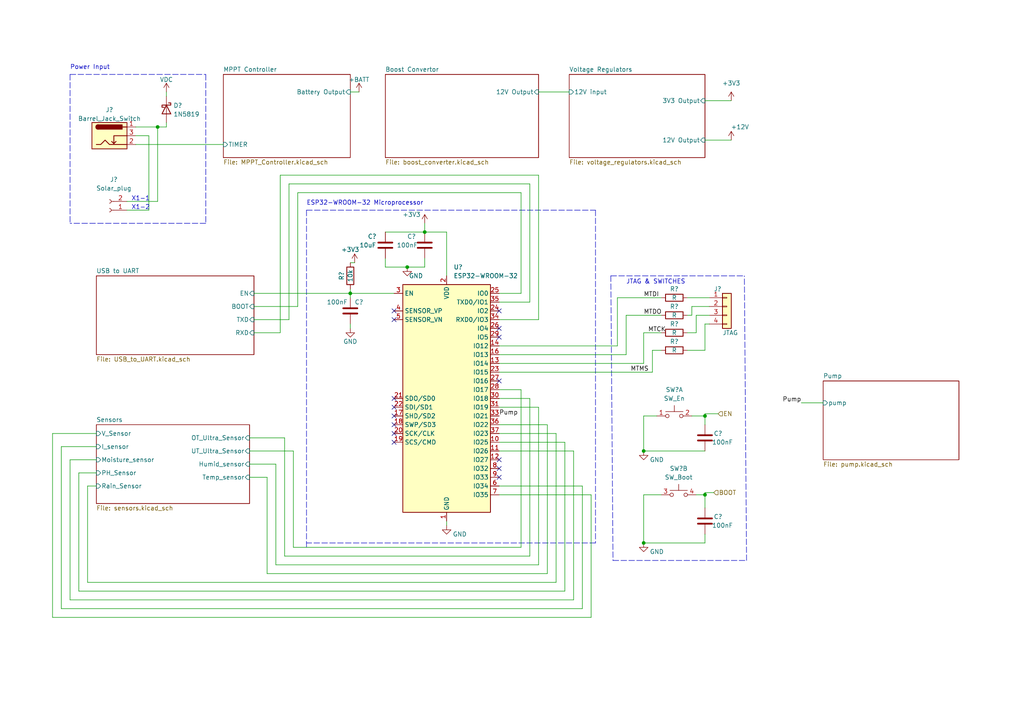
<source format=kicad_sch>
(kicad_sch (version 20211123) (generator eeschema)
  (paper "A4")
  (lib_symbols
    (symbol "Connector:Barrel_Jack_Switch" (pin_names hide)
      (property "Reference" "J" (at 0 5.334 0))
      (property "Value" "Barrel_Jack_Switch" (at 0 -5.08 0))
      (symbol "Barrel_Jack_Switch_0_1"
        (rectangle (start -5.08 3.81) (end 5.08 -3.81) (stroke (width 0.254)) (fill (type background)))
        (arc (start -3.302 3.175) (mid -3.937 2.54) (end -3.302 1.905) (stroke (width 0.254)))
        (arc (start -3.302 3.175) (mid -3.937 2.54) (end -3.302 1.905) (stroke (width 0.254)) (fill (type outline)))
        (polyline (pts (xy 1.27 -2.286) (xy 1.905 -1.651)) (stroke (width 0.254)))
        (polyline (pts (xy 5.08 2.54) (xy 3.81 2.54)) (stroke (width 0.254)))
        (polyline (pts (xy 5.08 0) (xy 1.27 0) (xy 1.27 -2.286) (xy 0.635 -1.651)) (stroke (width 0.254)))
        (polyline (pts (xy -3.81 -2.54) (xy -2.54 -2.54) (xy -1.27 -1.27) (xy 0 -2.54) (xy 2.54 -2.54) (xy 5.08 -2.54)) (stroke (width 0.254)))
        (rectangle (start 3.683 3.175) (end -3.302 1.905) (stroke (width 0.254)) (fill (type outline)))
      )
      (symbol "Barrel_Jack_Switch_1_1"
        (pin passive line (at 7.62 2.54 180) (length 2.54) (name "~") (number "1"))
        (pin passive line (at 7.62 -2.54 180) (length 2.54) (name "~") (number "2"))
        (pin passive line (at 7.62 0 180) (length 2.54) (name "~") (number "3"))
      )
    )
    (symbol "Connector:Conn_01x02_Female" (pin_names (offset 1.016) hide)
      (property "Reference" "J" (at 0 2.54 0))
      (property "Value" "Conn_01x02_Female" (at 0 -5.08 0))
      (symbol "Conn_01x02_Female_1_1"
        (arc (start 0 -2.032) (mid -0.508 -2.54) (end 0 -3.048) (stroke (width 0.1524)))
        (polyline (pts (xy -1.27 -2.54) (xy -0.508 -2.54)) (stroke (width 0.1524)))
        (polyline (pts (xy -1.27 0) (xy -0.508 0)) (stroke (width 0.1524)))
        (arc (start 0 0.508) (mid -0.508 0) (end 0 -0.508) (stroke (width 0.1524)))
        (pin passive line (at -5.08 0 0) (length 3.81) (name "Pin_1") (number "1"))
        (pin passive line (at -5.08 -2.54 0) (length 3.81) (name "Pin_2") (number "2"))
      )
    )
    (symbol "Connector_Generic:Conn_01x04" (pin_names (offset 1.016) hide)
      (property "Reference" "J" (at 0 5.08 0))
      (property "Value" "Conn_01x04" (at 0 -7.62 0))
      (symbol "Conn_01x04_1_1"
        (rectangle (start -1.27 -4.953) (end 0 -5.207) (stroke (width 0.1524)))
        (rectangle (start -1.27 -2.413) (end 0 -2.667) (stroke (width 0.1524)))
        (rectangle (start -1.27 0.127) (end 0 -0.127) (stroke (width 0.1524)))
        (rectangle (start -1.27 2.667) (end 0 2.413) (stroke (width 0.1524)))
        (rectangle (start -1.27 3.81) (end 1.27 -6.35) (stroke (width 0.254)) (fill (type background)))
        (pin passive line (at -5.08 2.54 0) (length 3.81) (name "Pin_1") (number "1"))
        (pin passive line (at -5.08 0 0) (length 3.81) (name "Pin_2") (number "2"))
        (pin passive line (at -5.08 -2.54 0) (length 3.81) (name "Pin_3") (number "3"))
        (pin passive line (at -5.08 -5.08 0) (length 3.81) (name "Pin_4") (number "4"))
      )
    )
    (symbol "Device:C" (pin_numbers hide) (pin_names (offset 0.254))
      (property "Reference" "C" (at 0.635 2.54 0))
      (property "Value" "C" (at 0.635 -2.54 0))
      (symbol "C_0_1"
        (polyline (pts (xy -2.032 -0.762) (xy 2.032 -0.762)) (stroke (width 0.508)))
        (polyline (pts (xy -2.032 0.762) (xy 2.032 0.762)) (stroke (width 0.508)))
      )
      (symbol "C_1_1"
        (pin passive line (at 0 3.81 270) (length 2.794) (name "~") (number "1"))
        (pin passive line (at 0 -3.81 90) (length 2.794) (name "~") (number "2"))
      )
    )
    (symbol "Device:R" (pin_numbers hide) (pin_names (offset 0))
      (property "Reference" "R" (at 2.032 0 90))
      (property "Value" "R" (at 0 0 90))
      (symbol "R_0_1"
        (rectangle (start -1.016 -2.54) (end 1.016 2.54) (stroke (width 0.254)))
      )
      (symbol "R_1_1"
        (pin passive line (at 0 3.81 270) (length 1.27) (name "~") (number "1"))
        (pin passive line (at 0 -3.81 90) (length 1.27) (name "~") (number "2"))
      )
    )
    (symbol "Diode:1N5819" (pin_numbers hide) (pin_names (offset 1.016) hide)
      (property "Reference" "D" (at 0 2.54 0))
      (property "Value" "1N5819" (at 0 -2.54 0))
      (symbol "1N5819_0_1"
        (polyline (pts (xy 1.27 0) (xy -1.27 0)))
        (polyline (pts (xy 1.27 1.27) (xy 1.27 -1.27) (xy -1.27 0) (xy 1.27 1.27)) (stroke (width 0.254)))
        (polyline (pts (xy -1.905 0.635) (xy -1.905 1.27) (xy -1.27 1.27) (xy -1.27 -1.27) (xy -0.635 -1.27) (xy -0.635 -0.635)) (stroke (width 0.254)))
      )
      (symbol "1N5819_1_1"
        (pin passive line (at -3.81 0 0) (length 2.54) (name "K") (number "1"))
        (pin passive line (at 3.81 0 180) (length 2.54) (name "A") (number "2"))
      )
    )
    (symbol "RF_Module:ESP32-WROOM-32"
      (property "Reference" "U" (at -12.7 34.29 0))
      (property "Value" "ESP32-WROOM-32" (at 1.27 34.29 0))
      (symbol "ESP32-WROOM-32_0_1"
        (rectangle (start -12.7 33.02) (end 12.7 -33.02) (stroke (width 0.254)) (fill (type background)))
      )
      (symbol "ESP32-WROOM-32_1_1"
        (pin power_in line (at 0 -35.56 90) (length 2.54) (name "GND") (number "1"))
        (pin bidirectional line (at 15.24 -12.7 180) (length 2.54) (name "IO25") (number "10"))
        (pin bidirectional line (at 15.24 -15.24 180) (length 2.54) (name "IO26") (number "11"))
        (pin bidirectional line (at 15.24 -17.78 180) (length 2.54) (name "IO27") (number "12"))
        (pin bidirectional line (at 15.24 10.16 180) (length 2.54) (name "IO14") (number "13"))
        (pin bidirectional line (at 15.24 15.24 180) (length 2.54) (name "IO12") (number "14"))
        (pin passive line (at 0 -35.56 90) (length 2.54) hide (name "GND") (number "15"))
        (pin bidirectional line (at 15.24 12.7 180) (length 2.54) (name "IO13") (number "16"))
        (pin bidirectional line (at -15.24 -5.08 0) (length 2.54) (name "SHD/SD2") (number "17"))
        (pin bidirectional line (at -15.24 -7.62 0) (length 2.54) (name "SWP/SD3") (number "18"))
        (pin bidirectional line (at -15.24 -12.7 0) (length 2.54) (name "SCS/CMD") (number "19"))
        (pin power_in line (at 0 35.56 270) (length 2.54) (name "VDD") (number "2"))
        (pin bidirectional line (at -15.24 -10.16 0) (length 2.54) (name "SCK/CLK") (number "20"))
        (pin bidirectional line (at -15.24 0 0) (length 2.54) (name "SDO/SD0") (number "21"))
        (pin bidirectional line (at -15.24 -2.54 0) (length 2.54) (name "SDI/SD1") (number "22"))
        (pin bidirectional line (at 15.24 7.62 180) (length 2.54) (name "IO15") (number "23"))
        (pin bidirectional line (at 15.24 25.4 180) (length 2.54) (name "IO2") (number "24"))
        (pin bidirectional line (at 15.24 30.48 180) (length 2.54) (name "IO0") (number "25"))
        (pin bidirectional line (at 15.24 20.32 180) (length 2.54) (name "IO4") (number "26"))
        (pin bidirectional line (at 15.24 5.08 180) (length 2.54) (name "IO16") (number "27"))
        (pin bidirectional line (at 15.24 2.54 180) (length 2.54) (name "IO17") (number "28"))
        (pin bidirectional line (at 15.24 17.78 180) (length 2.54) (name "IO5") (number "29"))
        (pin input line (at -15.24 30.48 0) (length 2.54) (name "EN") (number "3"))
        (pin bidirectional line (at 15.24 0 180) (length 2.54) (name "IO18") (number "30"))
        (pin bidirectional line (at 15.24 -2.54 180) (length 2.54) (name "IO19") (number "31"))
        (pin no_connect line (at -12.7 -27.94 0) (length 2.54) hide (name "NC") (number "32"))
        (pin bidirectional line (at 15.24 -5.08 180) (length 2.54) (name "IO21") (number "33"))
        (pin bidirectional line (at 15.24 22.86 180) (length 2.54) (name "RXD0/IO3") (number "34"))
        (pin bidirectional line (at 15.24 27.94 180) (length 2.54) (name "TXD0/IO1") (number "35"))
        (pin bidirectional line (at 15.24 -7.62 180) (length 2.54) (name "IO22") (number "36"))
        (pin bidirectional line (at 15.24 -10.16 180) (length 2.54) (name "IO23") (number "37"))
        (pin passive line (at 0 -35.56 90) (length 2.54) hide (name "GND") (number "38"))
        (pin passive line (at 0 -35.56 90) (length 2.54) hide (name "GND") (number "39"))
        (pin input line (at -15.24 25.4 0) (length 2.54) (name "SENSOR_VP") (number "4"))
        (pin input line (at -15.24 22.86 0) (length 2.54) (name "SENSOR_VN") (number "5"))
        (pin input line (at 15.24 -25.4 180) (length 2.54) (name "IO34") (number "6"))
        (pin input line (at 15.24 -27.94 180) (length 2.54) (name "IO35") (number "7"))
        (pin bidirectional line (at 15.24 -20.32 180) (length 2.54) (name "IO32") (number "8"))
        (pin bidirectional line (at 15.24 -22.86 180) (length 2.54) (name "IO33") (number "9"))
      )
    )
    (symbol "Switch:SW_Push_Dual_x2" (pin_names (offset 1.016) hide)
      (property "Reference" "SW" (at 1.27 2.54 0))
      (property "Value" "SW_Push_Dual_x2" (at 0 -1.524 0))
      (symbol "SW_Push_Dual_x2_0_1"
        (circle (center -2.032 0) (radius 0.508))
        (polyline (pts (xy 0 1.27) (xy 0 3.048)))
        (polyline (pts (xy 2.54 1.27) (xy -2.54 1.27)))
        (circle (center 2.032 0) (radius 0.508))
      )
      (symbol "SW_Push_Dual_x2_1_1"
        (pin passive line (at -5.08 0 0) (length 2.54) (name "C") (number "1"))
        (pin passive line (at 5.08 0 180) (length 2.54) (name "D") (number "2"))
      )
      (symbol "SW_Push_Dual_x2_2_1"
        (pin passive line (at -5.08 0 0) (length 2.54) (name "C") (number "3"))
        (pin passive line (at 5.08 0 180) (length 2.54) (name "D") (number "4"))
      )
    )
    (symbol "power:+12V" (power) (pin_names (offset 0))
      (property "Value" "+12V" (at 0 3.556 0))
      (symbol "+12V_0_1"
        (polyline (pts (xy -0.762 1.27) (xy 0 2.54)))
        (polyline (pts (xy 0 0) (xy 0 2.54)))
        (polyline (pts (xy 0 2.54) (xy 0.762 1.27)))
      )
      (symbol "+12V_1_1"
        (pin power_in line (at 0 0 90) (length 0) hide (name "+12V") (number "1"))
      )
    )
    (symbol "power:+3V3" (power) (pin_names (offset 0))
      (property "Value" "+3V3" (at 0 3.556 0))
      (symbol "+3V3_0_1"
        (polyline (pts (xy -0.762 1.27) (xy 0 2.54)))
        (polyline (pts (xy 0 0) (xy 0 2.54)))
        (polyline (pts (xy 0 2.54) (xy 0.762 1.27)))
      )
      (symbol "+3V3_1_1"
        (pin power_in line (at 0 0 90) (length 0) hide (name "+3V3") (number "1"))
      )
    )
    (symbol "power:+BATT" (power) (pin_names (offset 0))
      (property "Value" "+BATT" (at 0 3.556 0))
      (symbol "+BATT_0_1"
        (polyline (pts (xy -0.762 1.27) (xy 0 2.54)))
        (polyline (pts (xy 0 0) (xy 0 2.54)))
        (polyline (pts (xy 0 2.54) (xy 0.762 1.27)))
      )
      (symbol "+BATT_1_1"
        (pin power_in line (at 0 0 90) (length 0) hide (name "+BATT") (number "1"))
      )
    )
    (symbol "power:GND" (power) (pin_names (offset 0))
      (property "Value" "GND" (at 0 -3.81 0))
      (symbol "GND_0_1"
        (polyline (pts (xy 0 0) (xy 0 -1.27) (xy 1.27 -1.27) (xy 0 -2.54) (xy -1.27 -1.27) (xy 0 -1.27)))
      )
      (symbol "GND_1_1"
        (pin power_in line (at 0 0 270) (length 0) hide (name "GND") (number "1"))
      )
    )
    (symbol "power:VDC" (power) (pin_names (offset 0))
      (property "Value" "VDC" (at 0 6.35 0))
      (symbol "VDC_0_1"
        (polyline (pts (xy -0.762 1.27) (xy 0 2.54)))
        (polyline (pts (xy 0 0) (xy 0 2.54)))
        (polyline (pts (xy 0 2.54) (xy 0.762 1.27)))
      )
      (symbol "VDC_1_1"
        (pin power_in line (at 0 0 90) (length 0) hide (name "VDC") (number "1"))
      )
    )
  )
  (junction (at 101.6 85.09))
  (junction (at 186.69 157.48))
  (junction (at 123.19 67.31))
  (junction (at 45.72 36.83))
  (junction (at 204.47 120.65))
  (junction (at 204.47 143.51))
  (junction (at 118.11 77.47))
  (junction (at 186.69 130.81))
  (no_connect (at 114.3 123.19))
  (no_connect (at 144.78 133.35))
  (no_connect (at 114.3 90.17))
  (no_connect (at 144.78 135.89))
  (no_connect (at 144.78 138.43))
  (no_connect (at 114.3 115.57))
  (no_connect (at 114.3 92.71))
  (no_connect (at 114.3 118.11))
  (no_connect (at 114.3 128.27))
  (no_connect (at 144.78 97.79))
  (no_connect (at 144.78 90.17))
  (no_connect (at 114.3 125.73))
  (no_connect (at 144.78 95.25))
  (no_connect (at 114.3 120.65))
  (no_connect (at 144.78 110.49))
  (wire (pts (xy 144.78 87.63) (xy 153.67 87.63)))
  (wire (pts (xy 17.78 176.53) (xy 168.91 176.53)))
  (wire (pts (xy 39.37 41.91) (xy 64.77 41.91)))
  (polyline (pts (xy 59.69 64.77) (xy 20.32 64.77)))
  (wire (pts (xy 171.45 179.07) (xy 15.24 179.07)))
  (wire (pts (xy 22.86 171.45) (xy 22.86 137.16)))
  (wire (pts (xy 25.4 168.91) (xy 25.4 140.97)))
  (wire (pts (xy 153.67 53.34) (xy 153.67 87.63)))
  (wire (pts (xy 111.76 67.31) (xy 123.19 67.31)))
  (wire (pts (xy 186.69 143.51) (xy 186.69 157.48)))
  (wire (pts (xy 72.39 130.81) (xy 85.09 130.81)))
  (wire (pts (xy 158.75 166.37) (xy 77.47 166.37)))
  (wire (pts (xy 204.47 142.875) (xy 204.47 143.51)))
  (wire (pts (xy 17.78 129.54) (xy 17.78 176.53)))
  (polyline (pts (xy 216.535 162.56) (xy 215.9 80.01)))
  (wire (pts (xy 39.37 39.37) (xy 43.18 39.37)))
  (polyline (pts (xy 177.165 80.01) (xy 215.9 80.01)))
  (wire (pts (xy 101.6 85.09) (xy 101.6 86.36)))
  (wire (pts (xy 166.37 130.81) (xy 166.37 173.99)))
  (wire (pts (xy 204.47 130.81) (xy 186.69 130.81)))
  (wire (pts (xy 205.74 93.98) (xy 204.47 93.98)))
  (wire (pts (xy 36.83 58.42) (xy 45.72 58.42)))
  (wire (pts (xy 205.74 91.44) (xy 201.93 91.44)))
  (wire (pts (xy 200.66 91.44) (xy 199.39 91.44)))
  (wire (pts (xy 156.21 163.83) (xy 80.01 163.83)))
  (wire (pts (xy 111.76 77.47) (xy 111.76 74.93)))
  (wire (pts (xy 204.47 93.98) (xy 204.47 101.6)))
  (wire (pts (xy 163.83 128.27) (xy 163.83 171.45)))
  (wire (pts (xy 204.47 157.48) (xy 204.47 154.94)))
  (wire (pts (xy 166.37 173.99) (xy 20.32 173.99)))
  (wire (pts (xy 199.39 86.36) (xy 205.74 86.36)))
  (wire (pts (xy 101.6 26.67) (xy 104.14 26.67)))
  (wire (pts (xy 186.69 105.41) (xy 186.69 96.52)))
  (wire (pts (xy 151.13 113.03) (xy 144.78 113.03)))
  (wire (pts (xy 144.78 140.97) (xy 168.91 140.97)))
  (wire (pts (xy 129.54 67.31) (xy 129.54 80.01)))
  (wire (pts (xy 144.78 102.87) (xy 181.61 102.87)))
  (wire (pts (xy 27.94 129.54) (xy 17.78 129.54)))
  (wire (pts (xy 118.11 77.47) (xy 111.76 77.47)))
  (polyline (pts (xy 59.69 21.59) (xy 59.69 64.77)))
  (wire (pts (xy 73.66 88.9) (xy 86.36 88.9)))
  (wire (pts (xy 15.24 125.73) (xy 27.94 125.73)))
  (wire (pts (xy 39.37 36.83) (xy 45.72 36.83)))
  (wire (pts (xy 161.29 168.91) (xy 25.4 168.91)))
  (wire (pts (xy 208.28 120.015) (xy 204.47 120.015)))
  (polyline (pts (xy 172.72 157.48) (xy 88.9 157.48)))
  (wire (pts (xy 73.66 85.09) (xy 101.6 85.09)))
  (polyline (pts (xy 88.9 60.96) (xy 172.72 60.96)))
  (wire (pts (xy 186.69 120.65) (xy 190.5 120.65)))
  (wire (pts (xy 153.67 115.57) (xy 144.78 115.57)))
  (wire (pts (xy 123.19 67.31) (xy 129.54 67.31)))
  (wire (pts (xy 153.67 161.29) (xy 82.55 161.29)))
  (wire (pts (xy 123.19 74.93) (xy 123.19 77.47)))
  (wire (pts (xy 43.18 39.37) (xy 43.18 60.96)))
  (wire (pts (xy 85.09 130.81) (xy 85.09 158.75)))
  (wire (pts (xy 181.61 102.87) (xy 181.61 91.44)))
  (wire (pts (xy 163.83 171.45) (xy 22.86 171.45)))
  (wire (pts (xy 144.78 100.33) (xy 179.07 100.33)))
  (wire (pts (xy 179.07 86.36) (xy 191.77 86.36)))
  (wire (pts (xy 151.13 55.88) (xy 151.13 85.09)))
  (wire (pts (xy 22.86 137.16) (xy 27.94 137.16)))
  (wire (pts (xy 156.21 118.11) (xy 156.21 163.83)))
  (wire (pts (xy 204.47 101.6) (xy 199.39 101.6)))
  (wire (pts (xy 81.28 96.52) (xy 81.28 50.8)))
  (wire (pts (xy 153.67 161.29) (xy 153.67 115.57)))
  (wire (pts (xy 201.93 91.44) (xy 201.93 96.52)))
  (wire (pts (xy 200.66 120.65) (xy 204.47 120.65)))
  (wire (pts (xy 204.47 120.65) (xy 204.47 123.19)))
  (wire (pts (xy 25.4 140.97) (xy 27.94 140.97)))
  (wire (pts (xy 72.39 127) (xy 82.55 127)))
  (wire (pts (xy 83.82 53.34) (xy 153.67 53.34)))
  (wire (pts (xy 15.24 179.07) (xy 15.24 125.73)))
  (wire (pts (xy 48.26 35.56) (xy 48.26 36.83)))
  (wire (pts (xy 144.78 123.19) (xy 158.75 123.19)))
  (wire (pts (xy 144.78 130.81) (xy 166.37 130.81)))
  (wire (pts (xy 48.26 26.67) (xy 48.26 27.94)))
  (wire (pts (xy 156.21 26.67) (xy 165.1 26.67)))
  (wire (pts (xy 129.54 151.13) (xy 129.54 152.4)))
  (wire (pts (xy 118.11 77.47) (xy 123.19 77.47)))
  (wire (pts (xy 186.69 157.48) (xy 204.47 157.48)))
  (wire (pts (xy 151.13 158.75) (xy 151.13 113.03)))
  (wire (pts (xy 83.82 92.71) (xy 83.82 53.34)))
  (wire (pts (xy 207.01 142.875) (xy 204.47 142.875)))
  (wire (pts (xy 80.01 134.62) (xy 72.39 134.62)))
  (polyline (pts (xy 20.32 21.59) (xy 59.69 21.59)))
  (wire (pts (xy 73.66 92.71) (xy 83.82 92.71)))
  (wire (pts (xy 77.47 166.37) (xy 77.47 138.43)))
  (wire (pts (xy 80.01 163.83) (xy 80.01 134.62)))
  (polyline (pts (xy 88.9 60.96) (xy 88.9 158.75)))
  (wire (pts (xy 144.78 105.41) (xy 186.69 105.41)))
  (wire (pts (xy 144.78 125.73) (xy 161.29 125.73)))
  (wire (pts (xy 45.72 36.83) (xy 45.72 58.42)))
  (wire (pts (xy 144.78 118.11) (xy 156.21 118.11)))
  (wire (pts (xy 144.78 107.95) (xy 189.23 107.95)))
  (wire (pts (xy 204.47 40.64) (xy 212.09 40.64)))
  (wire (pts (xy 101.6 93.98) (xy 101.6 95.25)))
  (wire (pts (xy 168.91 176.53) (xy 168.91 140.97)))
  (wire (pts (xy 156.21 50.8) (xy 156.21 92.71)))
  (wire (pts (xy 72.39 138.43) (xy 77.47 138.43)))
  (wire (pts (xy 85.09 158.75) (xy 151.13 158.75)))
  (wire (pts (xy 86.36 55.88) (xy 151.13 55.88)))
  (wire (pts (xy 204.47 29.21) (xy 212.09 29.21)))
  (polyline (pts (xy 177.165 80.01) (xy 177.8 162.56)))
  (wire (pts (xy 158.75 123.19) (xy 158.75 166.37)))
  (wire (pts (xy 123.19 64.77) (xy 123.19 67.31)))
  (polyline (pts (xy 177.8 162.56) (xy 216.535 162.56)))
  (wire (pts (xy 204.47 143.51) (xy 204.47 147.32)))
  (wire (pts (xy 204.47 120.015) (xy 204.47 120.65)))
  (wire (pts (xy 81.28 50.8) (xy 156.21 50.8)))
  (wire (pts (xy 82.55 161.29) (xy 82.55 127)))
  (wire (pts (xy 144.78 85.09) (xy 151.13 85.09)))
  (wire (pts (xy 191.77 143.51) (xy 186.69 143.51)))
  (wire (pts (xy 205.74 88.9) (xy 200.66 88.9)))
  (wire (pts (xy 144.78 128.27) (xy 163.83 128.27)))
  (wire (pts (xy 43.18 60.96) (xy 36.83 60.96)))
  (wire (pts (xy 73.66 96.52) (xy 81.28 96.52)))
  (wire (pts (xy 101.6 85.09) (xy 114.3 85.09)))
  (wire (pts (xy 144.78 92.71) (xy 156.21 92.71)))
  (wire (pts (xy 144.78 143.51) (xy 171.45 143.51)))
  (wire (pts (xy 232.41 116.84) (xy 238.76 116.84)))
  (wire (pts (xy 102.87 76.2) (xy 101.6 76.2)))
  (wire (pts (xy 189.23 101.6) (xy 191.77 101.6)))
  (wire (pts (xy 186.69 96.52) (xy 191.77 96.52)))
  (wire (pts (xy 186.69 130.81) (xy 186.69 120.65)))
  (wire (pts (xy 181.61 91.44) (xy 191.77 91.44)))
  (wire (pts (xy 189.23 107.95) (xy 189.23 101.6)))
  (wire (pts (xy 20.32 173.99) (xy 20.32 133.35)))
  (wire (pts (xy 161.29 125.73) (xy 161.29 168.91)))
  (wire (pts (xy 86.36 88.9) (xy 86.36 55.88)))
  (wire (pts (xy 45.72 36.83) (xy 48.26 36.83)))
  (wire (pts (xy 201.93 96.52) (xy 199.39 96.52)))
  (wire (pts (xy 179.07 100.33) (xy 179.07 86.36)))
  (wire (pts (xy 101.6 83.82) (xy 101.6 85.09)))
  (wire (pts (xy 20.32 133.35) (xy 27.94 133.35)))
  (polyline (pts (xy 172.72 60.96) (xy 172.72 157.48)))
  (polyline (pts (xy 20.32 21.59) (xy 20.32 64.77)))
  (wire (pts (xy 201.93 143.51) (xy 204.47 143.51)))
  (wire (pts (xy 171.45 143.51) (xy 171.45 179.07)))
  (wire (pts (xy 200.66 88.9) (xy 200.66 91.44)))
  (text "ESP32-WROOM-32 Microprocessor" (at 88.9 59.69 0) (effects (font (size 1.27 1.27)) (justify left bottom)))
  (text "Power Input\n" (at 20.32 20.32 0) (effects (font (size 1.27 1.27)) (justify left bottom)))
  (text "X1-1" (at 38.1 58.42 0) (effects (font (size 1.27 1.27)) (justify left bottom)))
  (text "X1-2" (at 38.1 60.96 0) (effects (font (size 1.27 1.27)) (justify left bottom)))
  (text "JTAG & SWITCHES\n" (at 181.61 82.55 0) (effects (font (size 1.27 1.27)) (justify left bottom)))
  (label "MTCK" (at 187.96 96.52 0))
  (label "Pump" (at 232.41 116.84 180))
  (label "Pump" (at 144.78 120.65 0))
  (label "MTDO" (at 186.69 91.44 0))
  (label "MTMS" (at 182.88 107.95 0))
  (label "MTDI" (at 186.69 86.36 0))
  (hierarchical_label "BOOT" (shape input) (at 207.01 142.875 0))
  (hierarchical_label "EN" (shape input) (at 208.28 120.015 0))
  (symbol (lib_id "power:GND") (at 129.54 152.4 0) (unit 1)
    (property "Reference" "#PWR?" (effects hide))
    (property "Value" "GND" (at 133.35 154.94 0))
  )
  (symbol (lib_id "power:+3V3") (at 123.19 64.77 0) (unit 1)
    (property "Reference" "#PWR?" (effects hide))
    (property "Value" "+3V3" (at 119.38 62.23 0))
  )
  (symbol (lib_id "power:+BATT") (at 104.14 26.67 0) (unit 1)
    (property "Reference" "#PWR?" (effects hide))
    (property "Value" "+BATT" (at 104.14 23.0942 0))
  )
  (symbol (lib_id "Device:R") (at 195.58 96.52 90) (unit 1)
    (property "Reference" "R?" (at 195.58 93.98 90))
    (property "Value" "R" (at 195.58 96.52 90))
  )
  (symbol (lib_id "Connector:Conn_01x02_Female") (at 31.75 60.96 180) (unit 1)
    (property "Reference" "J?" (at 33.02 52.07 0))
    (property "Value" "Solar_plug" (at 33.02 54.61 0))
  )
  (symbol (lib_id "Connector:Barrel_Jack_Switch") (at 31.75 39.37 0) (unit 1)
    (property "Reference" "J?" (at 31.75 31.8602 0))
    (property "Value" "Barrel_Jack_Switch" (at 31.75 34.3971 0))
    (property "Footprint" "Connector_BarrelJack:BarrelJack_CUI_PJ-063AH_Horizontal" (effects hide))
  )
  (symbol (lib_id "power:GND") (at 186.69 157.48 0) (unit 1)
    (property "Reference" "#PWR?" (effects hide))
    (property "Value" "GND" (at 190.5 160.02 0))
  )
  (symbol (lib_id "power:GND") (at 118.11 77.47 0) (unit 1)
    (property "Reference" "#PWR?" (effects hide))
    (property "Value" "GND" (at 120.65 80.01 0))
  )
  (symbol (lib_id "power:GND") (at 186.69 130.81 0) (unit 1)
    (property "Reference" "#PWR?" (effects hide))
    (property "Value" "GND" (at 190.5 133.35 0))
  )
  (symbol (lib_id "RF_Module:ESP32-WROOM-32") (at 129.54 115.57 0) (unit 1)
    (property "Reference" "U?" (at 131.5594 77.47 0) (effects (justify left)))
    (property "Value" "ESP32-WROOM-32" (at 131.5594 80.01 0) (effects (justify left)))
    (property "Footprint" "RF_Module:ESP32-WROOM-32" (effects hide))
    (property "Datasheet" "https://www.espressif.com/sites/default/files/documentation/esp32-wroom-32_datasheet_en.pdf" (effects hide))
  )
  (symbol (lib_id "Switch:SW_Push_Dual_x2") (at 196.85 143.51 0) (unit 2)
    (property "Reference" "SW?" (at 196.85 135.89 0))
    (property "Value" "SW_Boot" (at 196.85 138.43 0))
  )
  (symbol (lib_id "Diode:1N5819") (at 48.26 31.75 270) (unit 1)
    (property "Reference" "D?" (at 50.292 30.5978 90) (effects (justify left)))
    (property "Value" "1N5819" (at 50.292 33.1347 90) (effects (justify left)))
    (property "Footprint" "Diode_SMD:D_0603_1608Metric" (effects hide))
    (property "Datasheet" "http://www.vishay.com/docs/88525/1n5817.pdf" (effects hide))
  )
  (symbol (lib_id "power:GND") (at 101.6 95.25 0) (unit 1)
    (property "Reference" "#PWR?" (effects hide))
    (property "Value" "GND" (at 101.6 99.06 0))
  )
  (symbol (lib_id "Device:R") (at 195.58 101.6 90) (unit 1)
    (property "Reference" "R?" (at 195.58 99.06 90))
    (property "Value" "R" (at 195.58 101.6 90))
  )
  (symbol (lib_id "Switch:SW_Push_Dual_x2") (at 195.58 120.65 0) (unit 1)
    (property "Reference" "SW?" (at 195.58 113.03 0))
    (property "Value" "SW_En" (at 195.58 115.57 0))
  )
  (symbol (lib_id "Device:C") (at 111.76 71.12 180) (unit 1)
    (property "Reference" "C?" (at 107.95 68.58 0))
    (property "Value" "10uF" (at 106.68 71.12 0))
    (property "Footprint" "Capacitor_SMD:C_0603_1608Metric" (effects hide))
    (property "Datasheet" "CL10B104KO8NNNC" (effects hide))
  )
  (symbol (lib_id "power:+12V") (at 212.09 40.64 0) (unit 1)
    (property "Reference" "#PWR?" (effects hide))
    (property "Value" "+12V" (at 214.63 36.83 0))
  )
  (symbol (lib_id "Device:C") (at 204.47 151.13 0) (unit 1)
    (property "Reference" "C?" (at 208.28 149.86 0))
    (property "Value" "100nF" (at 209.55 152.4 0))
    (property "Footprint" "Capacitor_SMD:C_0603_1608Metric" (effects hide))
    (property "Datasheet" "CL10B104KO8NNNC" (effects hide))
  )
  (symbol (lib_id "power:+3V3") (at 212.09 29.21 0) (unit 1)
    (property "Reference" "#PWR?" (effects hide))
    (property "Value" "+3V3" (at 212.09 24.13 0))
  )
  (symbol (lib_id "Device:C") (at 101.6 90.17 0) (unit 1)
    (property "Reference" "C?" (at 104.14 87.63 0))
    (property "Value" "100nF" (at 97.79 87.63 0))
    (property "Footprint" "Capacitor_SMD:C_0603_1608Metric" (effects hide))
  )
  (symbol (lib_id "Connector_Generic:Conn_01x04") (at 210.82 88.9 0) (unit 1)
    (property "Reference" "J?" (at 207.01 83.82 0) (effects (justify left)))
    (property "Value" "JTAG" (at 209.55 96.52 0) (effects (justify left)))
    (property "Footprint" "Connector_PinHeader_2.54mm:PinHeader_1x04_P2.54mm_Vertical" (effects hide))
  )
  (symbol (lib_id "Device:R") (at 195.58 91.44 90) (unit 1)
    (property "Reference" "R?" (at 195.58 88.9 90))
    (property "Value" "R" (at 195.58 91.44 90))
  )
  (symbol (lib_id "Device:R") (at 101.6 80.01 0) (unit 1)
    (property "Reference" "R?" (at 99.06 80.01 90))
    (property "Value" "10k" (at 101.6 80.01 90))
    (property "Footprint" "Resistor_SMD:R_0603_1608Metric" (effects hide))
  )
  (symbol (lib_id "Device:R") (at 195.58 86.36 90) (unit 1)
    (property "Reference" "R?" (at 195.58 83.82 90))
    (property "Value" "R" (at 195.58 86.36 90))
  )
  (symbol (lib_id "power:VDC") (at 48.26 26.67 0) (unit 1)
    (property "Reference" "#PWR?" (effects hide))
    (property "Value" "VDC" (at 48.26 23.0942 0))
  )
  (symbol (lib_id "power:+3V3") (at 102.87 76.2 0) (unit 1)
    (property "Reference" "#PWR?" (effects hide))
    (property "Value" "+3V3" (at 101.6 72.39 0))
  )
  (symbol (lib_id "Device:C") (at 204.47 127 0) (unit 1)
    (property "Reference" "C?" (at 208.28 125.73 0))
    (property "Value" "100nF" (at 209.55 128.27 0))
    (property "Footprint" "Capacitor_SMD:C_0603_1608Metric" (effects hide))
  )
  (symbol (lib_id "Device:C") (at 123.19 71.12 180) (unit 1)
    (property "Reference" "C?" (at 119.38 68.58 0))
    (property "Value" "100nF" (at 118.11 71.12 0))
    (property "Footprint" "Capacitor_SMD:C_0603_1608Metric" (effects hide))
  )
  (sheet (at 64.77 21.59) (size 36.83 24.13) (stroke (width 0.1524))
    (property "Sheet name" "MPPT Controller" (at 64.77 20.8784 0) (effects (justify left bottom)))
    (property "Sheet file" "MPPT_Controller.kicad_sch" (at 64.77 46.3046 0) (effects (justify left top)))
    (pin "Battery Output" input (at 101.6 26.67 0))
    (pin "TIMER" input (at 64.77 41.91 180))
  )
  (sheet (at 111.76 21.59) (size 44.45 24.13) (stroke (width 0.1524))
    (property "Sheet name" "Boost Convertor" (at 111.76 20.8784 0) (effects (justify left bottom)))
    (property "Sheet file" "boost_converter.kicad_sch" (at 111.76 46.3046 0) (effects (justify left top)))
    (pin "12V Output" input (at 156.21 26.67 0))
  )
  (sheet (at 27.94 123.19) (size 44.45 22.86) (stroke (width 0.1524))
    (property "Sheet name" "Sensors" (at 27.94 122.4784 0) (effects (justify left bottom)))
    (property "Sheet file" "sensors.kicad_sch" (at 27.94 146.6346 0) (effects (justify left top)))
    (pin "V_Sensor" input (at 27.94 125.73 180))
    (pin "Temp_sensor" input (at 72.39 138.43 0))
    (pin "Moisture_sensor" input (at 27.94 133.35 180))
    (pin "OT_Ultra_Sensor" input (at 72.39 127 0))
    (pin "Rain_Sensor" input (at 27.94 140.97 180))
    (pin "PH_Sensor" input (at 27.94 137.16 180))
    (pin "UT_Ultra_Sensor" input (at 72.39 130.81 0))
    (pin "Humid_sensor" input (at 72.39 134.62 0))
    (pin "I_sensor" input (at 27.94 129.54 180))
  )
  (sheet (at 165.1 21.59) (size 39.37 24.13) (stroke (width 0.1524))
    (property "Sheet name" "Voltage Regulators" (at 165.1 20.8784 0) (effects (justify left bottom)))
    (property "Sheet file" "voltage_regulators.kicad_sch" (at 165.1 46.3046 0) (effects (justify left top)))
    (pin "12V Output" input (at 204.47 40.64 0))
    (pin "3V3 Output" input (at 204.47 29.21 0))
    (pin "12V input" input (at 165.1 26.67 180))
  )
  (sheet (at 238.76 110.49) (size 39.37 22.86) (stroke (width 0.1524))
    (property "Sheet name" "Pump" (at 238.76 109.7784 0) (effects (justify left bottom)))
    (property "Sheet file" "pump.kicad_sch" (at 238.76 133.9346 0) (effects (justify left top)))
    (pin "pump" input (at 238.76 116.84 180))
  )
  (sheet (at 27.94 80.01) (size 45.72 22.86) (stroke (width 0.1524))
    (property "Sheet name" "USB to UART" (at 27.94 79.2984 0) (effects (justify left bottom)))
    (property "Sheet file" "USB_to_UART.kicad_sch" (at 27.94 103.4546 0) (effects (justify left top)))
    (pin "EN" input (at 73.66 85.09 0))
    (pin "BOOT" input (at 73.66 88.9 0))
    (pin "TXD" input (at 73.66 92.71 0))
    (pin "RXD" input (at 73.66 96.52 0))
  )
)
</source>
